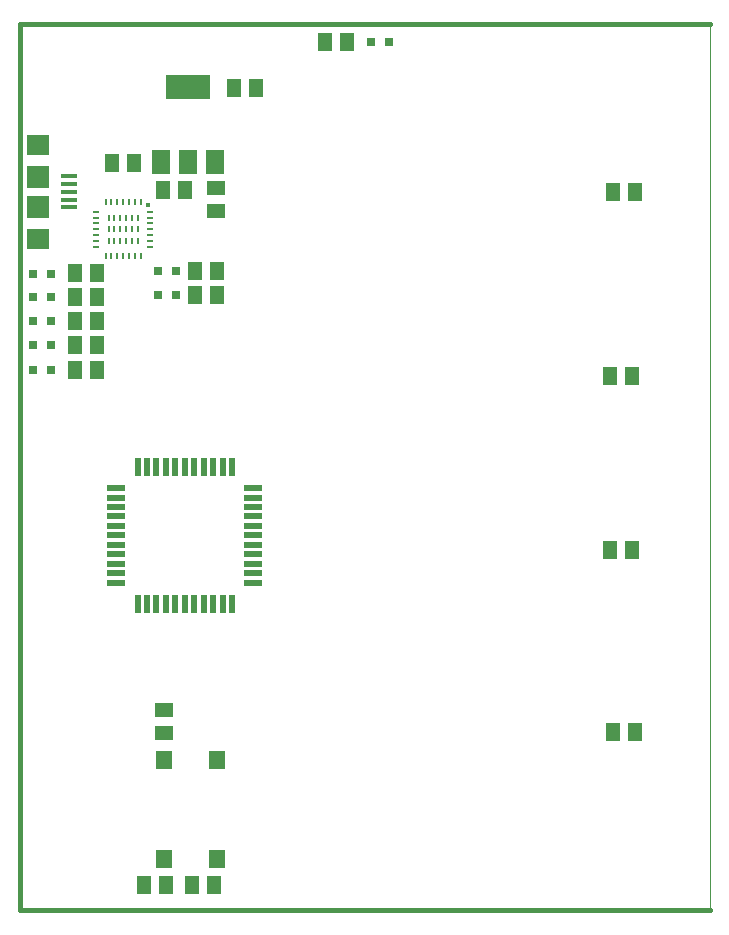
<source format=gtp>
G75*
%MOIN*%
%OFA0B0*%
%FSLAX25Y25*%
%IPPOS*%
%LPD*%
%AMOC8*
5,1,8,0,0,1.08239X$1,22.5*
%
%ADD10C,0.01600*%
%ADD11C,0.00100*%
%ADD12R,0.01969X0.05906*%
%ADD13R,0.05906X0.01969*%
%ADD14R,0.05118X0.05906*%
%ADD15R,0.03150X0.03150*%
%ADD16R,0.05906X0.05118*%
%ADD17R,0.05512X0.06300*%
%ADD18R,0.01024X0.02205*%
%ADD19R,0.02205X0.01024*%
%ADD20R,0.01575X0.01575*%
%ADD21R,0.05512X0.01378*%
%ADD22R,0.07480X0.07087*%
%ADD23R,0.07480X0.07480*%
%ADD24R,0.05900X0.07900*%
%ADD25R,0.15000X0.07900*%
D10*
X0027500Y0001800D02*
X0027500Y0297076D01*
X0257500Y0297076D01*
X0257500Y0001800D02*
X0027500Y0001800D01*
D11*
X0257500Y0001800D02*
X0257500Y0297076D01*
D12*
X0098248Y0149635D03*
X0095098Y0149635D03*
X0091949Y0149635D03*
X0088799Y0149635D03*
X0085650Y0149635D03*
X0082500Y0149635D03*
X0079350Y0149635D03*
X0076201Y0149635D03*
X0073051Y0149635D03*
X0069902Y0149635D03*
X0066752Y0149635D03*
X0066752Y0103965D03*
X0069902Y0103965D03*
X0073051Y0103965D03*
X0076201Y0103965D03*
X0079350Y0103965D03*
X0082500Y0103965D03*
X0085650Y0103965D03*
X0088799Y0103965D03*
X0091949Y0103965D03*
X0095098Y0103965D03*
X0098248Y0103965D03*
D13*
X0105335Y0111052D03*
X0105335Y0114202D03*
X0105335Y0117351D03*
X0105335Y0120501D03*
X0105335Y0123650D03*
X0105335Y0126800D03*
X0105335Y0129950D03*
X0105335Y0133099D03*
X0105335Y0136249D03*
X0105335Y0139398D03*
X0105335Y0142548D03*
X0059665Y0142548D03*
X0059665Y0139398D03*
X0059665Y0136249D03*
X0059665Y0133099D03*
X0059665Y0129950D03*
X0059665Y0126800D03*
X0059665Y0123650D03*
X0059665Y0120501D03*
X0059665Y0117351D03*
X0059665Y0114202D03*
X0059665Y0111052D03*
D14*
X0053240Y0181800D03*
X0045760Y0181800D03*
X0045760Y0190300D03*
X0053240Y0190300D03*
X0053240Y0198300D03*
X0045760Y0198300D03*
X0045760Y0206300D03*
X0053240Y0206300D03*
X0053240Y0214300D03*
X0045760Y0214300D03*
X0075260Y0241800D03*
X0082740Y0241800D03*
X0065740Y0250800D03*
X0058260Y0250800D03*
X0085760Y0214800D03*
X0093240Y0214800D03*
X0093240Y0206800D03*
X0085760Y0206800D03*
X0098760Y0275800D03*
X0106240Y0275800D03*
X0129260Y0291300D03*
X0136740Y0291300D03*
X0225260Y0241300D03*
X0232740Y0241300D03*
X0231740Y0179800D03*
X0224260Y0179800D03*
X0224260Y0121800D03*
X0231740Y0121800D03*
X0232740Y0061300D03*
X0225260Y0061300D03*
X0092240Y0010300D03*
X0084760Y0010300D03*
X0076240Y0010300D03*
X0068760Y0010300D03*
D15*
X0037953Y0181800D03*
X0032047Y0181800D03*
X0032047Y0190300D03*
X0037953Y0190300D03*
X0037953Y0198300D03*
X0032047Y0198300D03*
X0032047Y0206300D03*
X0037953Y0206300D03*
X0037953Y0213800D03*
X0032047Y0213800D03*
X0073547Y0214800D03*
X0079453Y0214800D03*
X0079453Y0206800D03*
X0073547Y0206800D03*
X0144547Y0291300D03*
X0150453Y0291300D03*
D16*
X0093000Y0242540D03*
X0093000Y0235060D03*
X0075500Y0068540D03*
X0075500Y0061060D03*
D17*
X0075642Y0051835D03*
X0093358Y0051835D03*
X0093358Y0018765D03*
X0075642Y0018765D03*
D18*
X0067906Y0219745D03*
X0065937Y0219745D03*
X0063969Y0219745D03*
X0062000Y0219745D03*
X0060031Y0219745D03*
X0058063Y0219745D03*
X0056094Y0219745D03*
X0057079Y0224863D03*
X0059047Y0224863D03*
X0061016Y0224863D03*
X0062984Y0224863D03*
X0064953Y0224863D03*
X0066921Y0224863D03*
X0066921Y0228800D03*
X0064953Y0228800D03*
X0062984Y0228800D03*
X0061016Y0228800D03*
X0059047Y0228800D03*
X0057079Y0228800D03*
X0057079Y0232737D03*
X0059047Y0232737D03*
X0061016Y0232737D03*
X0062984Y0232737D03*
X0064953Y0232737D03*
X0066921Y0232737D03*
X0065937Y0237855D03*
X0063969Y0237855D03*
X0062000Y0237855D03*
X0060031Y0237855D03*
X0058063Y0237855D03*
X0056094Y0237855D03*
X0067906Y0237855D03*
D19*
X0071055Y0234706D03*
X0071055Y0232737D03*
X0071055Y0230769D03*
X0071055Y0228800D03*
X0071055Y0226831D03*
X0071055Y0224863D03*
X0071055Y0222894D03*
X0052945Y0222894D03*
X0052945Y0224863D03*
X0052945Y0226831D03*
X0052945Y0228800D03*
X0052945Y0230769D03*
X0052945Y0232737D03*
X0052945Y0234706D03*
D20*
X0070268Y0237068D03*
D21*
X0043933Y0236182D03*
X0043933Y0238741D03*
X0043933Y0241300D03*
X0043933Y0243859D03*
X0043933Y0246418D03*
D22*
X0033500Y0257048D03*
X0033500Y0225552D03*
D23*
X0033500Y0236300D03*
X0033500Y0246300D03*
D24*
X0074600Y0251400D03*
X0083600Y0251400D03*
X0092600Y0251400D03*
D25*
X0083500Y0276200D03*
M02*

</source>
